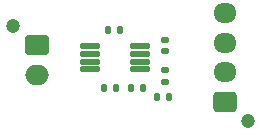
<source format=gts>
%TF.GenerationSoftware,KiCad,Pcbnew,9.0.5*%
%TF.CreationDate,2025-11-13T19:52:16-05:00*%
%TF.ProjectId,TC_kent,54435f6b-656e-4742-9e6b-696361645f70,rev?*%
%TF.SameCoordinates,Original*%
%TF.FileFunction,Soldermask,Top*%
%TF.FilePolarity,Negative*%
%FSLAX46Y46*%
G04 Gerber Fmt 4.6, Leading zero omitted, Abs format (unit mm)*
G04 Created by KiCad (PCBNEW 9.0.5) date 2025-11-13 19:52:16*
%MOMM*%
%LPD*%
G01*
G04 APERTURE LIST*
G04 Aperture macros list*
%AMRoundRect*
0 Rectangle with rounded corners*
0 $1 Rounding radius*
0 $2 $3 $4 $5 $6 $7 $8 $9 X,Y pos of 4 corners*
0 Add a 4 corners polygon primitive as box body*
4,1,4,$2,$3,$4,$5,$6,$7,$8,$9,$2,$3,0*
0 Add four circle primitives for the rounded corners*
1,1,$1+$1,$2,$3*
1,1,$1+$1,$4,$5*
1,1,$1+$1,$6,$7*
1,1,$1+$1,$8,$9*
0 Add four rect primitives between the rounded corners*
20,1,$1+$1,$2,$3,$4,$5,0*
20,1,$1+$1,$4,$5,$6,$7,0*
20,1,$1+$1,$6,$7,$8,$9,0*
20,1,$1+$1,$8,$9,$2,$3,0*%
G04 Aperture macros list end*
%ADD10C,1.200000*%
%ADD11RoundRect,0.250000X0.725000X-0.600000X0.725000X0.600000X-0.725000X0.600000X-0.725000X-0.600000X0*%
%ADD12O,1.950000X1.700000*%
%ADD13RoundRect,0.250000X-0.750000X0.600000X-0.750000X-0.600000X0.750000X-0.600000X0.750000X0.600000X0*%
%ADD14O,2.000000X1.700000*%
%ADD15RoundRect,0.135000X0.135000X0.185000X-0.135000X0.185000X-0.135000X-0.185000X0.135000X-0.185000X0*%
%ADD16RoundRect,0.135000X-0.135000X-0.185000X0.135000X-0.185000X0.135000X0.185000X-0.135000X0.185000X0*%
%ADD17RoundRect,0.135000X-0.185000X0.135000X-0.185000X-0.135000X0.185000X-0.135000X0.185000X0.135000X0*%
%ADD18RoundRect,0.125000X-0.687500X-0.125000X0.687500X-0.125000X0.687500X0.125000X-0.687500X0.125000X0*%
%ADD19RoundRect,0.140000X0.170000X-0.140000X0.170000X0.140000X-0.170000X0.140000X-0.170000X-0.140000X0*%
G04 APERTURE END LIST*
D10*
%TO.C,J1*%
X145000000Y-90200000D03*
D11*
X143000000Y-88600000D03*
D12*
X143000000Y-86100000D03*
X143000000Y-83600000D03*
X143000000Y-81100000D03*
%TD*%
D10*
%TO.C,J2*%
X125100000Y-82200000D03*
D13*
X127100000Y-83800000D03*
D14*
X127100000Y-86300000D03*
%TD*%
D15*
%TO.C,R1*%
X136100000Y-87400000D03*
X135080000Y-87400000D03*
%TD*%
%TO.C,R2*%
X133800000Y-87400000D03*
X132780000Y-87400000D03*
%TD*%
D16*
%TO.C,R4*%
X137280000Y-88200000D03*
X138300000Y-88200000D03*
%TD*%
%TO.C,Rg1*%
X133100000Y-82500000D03*
X134120000Y-82500000D03*
%TD*%
D17*
%TO.C,R3*%
X137900000Y-85900000D03*
X137900000Y-86920000D03*
%TD*%
D18*
%TO.C,U1*%
X131600000Y-83900000D03*
X131600000Y-84550000D03*
X131600000Y-85200000D03*
X131600000Y-85850000D03*
X135825000Y-85850000D03*
X135825000Y-85200000D03*
X135825000Y-84550000D03*
X135825000Y-83900000D03*
%TD*%
D19*
%TO.C,C1*%
X137900000Y-84300000D03*
X137900000Y-83340000D03*
%TD*%
M02*

</source>
